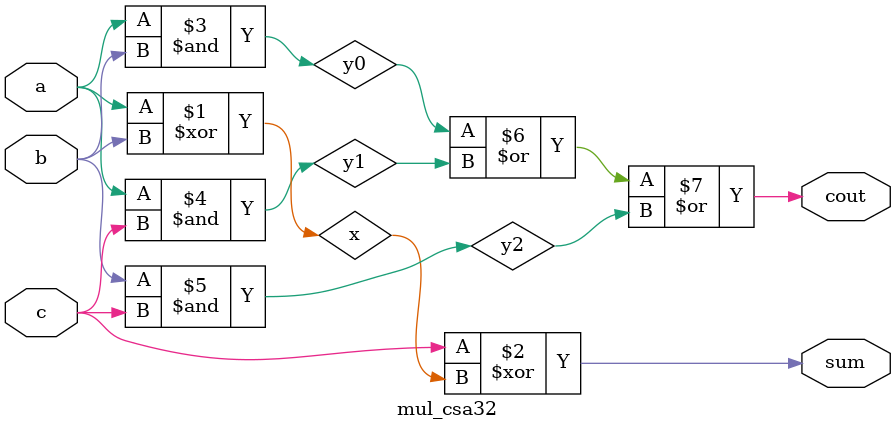
<source format=v>
module mul_csa32 (sum, cout, a, b, c);
output sum, cout;
input a, b, c;
wire x, y0, y1, y2;
assign x = a ^ b;
assign sum = c ^ x;
assign y0 = a & b ;
assign y1 = a & c ;
assign y2 = b & c ;
assign cout = y0 | y1 | y2 ;
endmodule
</source>
